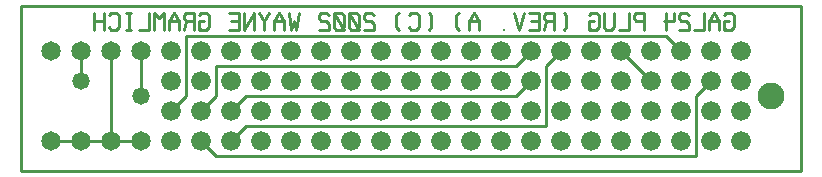
<source format=gbl>
%MOIN*%
%FSLAX25Y25*%
G04 D10 used for Character Trace; *
G04     Circle (OD=.01000) (No hole)*
G04 D11 used for Power Trace; *
G04     Circle (OD=.06700) (No hole)*
G04 D12 used for Signal Trace; *
G04     Circle (OD=.01100) (No hole)*
G04 D13 used for Via; *
G04     Circle (OD=.05800) (Round. Hole ID=.02800)*
G04 D14 used for Component hole; *
G04     Circle (OD=.06500) (Round. Hole ID=.03500)*
G04 D15 used for Component hole; *
G04     Circle (OD=.06600) (Round. Hole ID=.04200)*
G04 D16 used for Component hole; *
G04     Circle (OD=.08200) (Round. Hole ID=.05200)*
G04 D17 used for Component hole; *
G04     Circle (OD=.08950) (Round. Hole ID=.05950)*
G04 D18 used for Component hole; *
G04     Circle (OD=.11600) (Round. Hole ID=.08600)*
G04 D19 used for Component hole; *
G04     Circle (OD=.15500) (Round. Hole ID=.12500)*
G04 D20 used for Component hole; *
G04     Circle (OD=.18200) (Round. Hole ID=.15200)*
G04 D21 used for Component hole; *
G04     Circle (OD=.24300) (Round. Hole ID=.21300)*
%ADD10C,.01000*%
%ADD11C,.06700*%
%ADD12C,.01100*%
%ADD13C,.05800*%
%ADD14C,.06500*%
%ADD15C,.06600*%
%ADD16C,.08200*%
%ADD17C,.08950*%
%ADD18C,.11600*%
%ADD19C,.15500*%
%ADD20C,.18200*%
%ADD21C,.24300*%
%IPPOS*%
%LPD*%
G90*X0Y0D02*D14*X10000Y10000D03*D12*X20000D01*D14*
D03*D12*X30000D01*D14*D03*D12*X40000D01*D14*D03*  
D15*X50000Y20000D03*D12*X55000Y25000D01*Y45000D01*
X215000D01*X220000Y40000D01*D15*D03*              
X230000Y30000D03*D12*X225000Y25000D01*Y5000D01*   
X65000D01*X60000Y10000D01*D15*D03*X70000Y20000D03*
D12*X75000Y25000D01*X165000D01*X170000Y30000D01*  
D15*D03*D12*X175000Y15000D02*Y35000D01*           
X75000Y15000D02*X175000D01*X70000Y10000D02*       
X75000Y15000D01*D15*X70000Y10000D03*              
X80000Y20000D03*X60000D03*D12*X65000Y25000D01*    
Y35000D01*X165000D01*X170000Y40000D01*D15*D03*D12*
X175000Y35000D02*X180000Y40000D01*D15*D03*        
X190000Y30000D03*Y40000D03*X180000Y30000D03*      
X200000Y20000D03*X160000D03*X200000Y30000D03*     
X170000Y20000D03*X200000Y40000D03*D12*            
X210000Y30000D01*D15*D03*X220000Y20000D03*        
Y30000D03*X210000Y40000D03*Y20000D03*             
X230000Y10000D03*X190000D03*X230000Y20000D03*     
X200000Y10000D03*X210000D03*X230000Y40000D03*     
X190000Y20000D03*X220000Y10000D03*X240000D03*     
Y20000D03*Y30000D03*Y40000D03*X180000Y20000D03*   
Y10000D03*D17*X250000Y25000D03*D15*               
X170000Y10000D03*D12*X0Y0D02*X260000D01*X0D02*    
Y55000D01*X260000D01*Y0D01*D15*X160000Y40000D03*  
Y30000D03*Y10000D03*X150000Y40000D03*Y30000D03*   
Y20000D03*Y10000D03*X140000Y40000D03*Y30000D03*   
Y20000D03*Y10000D03*X130000Y40000D03*Y30000D03*   
Y20000D03*Y10000D03*X120000Y40000D03*Y30000D03*   
Y20000D03*Y10000D03*X110000Y40000D03*Y30000D03*   
Y20000D03*Y10000D03*X100000Y40000D03*Y30000D03*   
Y20000D03*Y10000D03*X90000Y40000D03*Y30000D03*    
Y20000D03*Y10000D03*X80000Y40000D03*Y30000D03*    
Y10000D03*X70000Y40000D03*Y30000D03*              
X60000Y40000D03*Y30000D03*X50000Y40000D03*        
Y30000D03*Y10000D03*D14*X40000Y40000D03*D12*      
Y25000D01*D13*D03*D12*X30000Y10000D02*Y40000D01*  
D14*D03*D13*X20000Y30000D03*D12*Y40000D01*D14*D03*
D10*X234163Y48086D02*X235000Y47129D01*X236674D01* 
X237511Y48086D01*Y51914D01*X236674Y52871D01*      
X235000D01*X234163Y51914D01*X235837Y50000D02*     
X234163D01*Y47129D01*X232511D02*Y50000D01*        
X230837Y52871D01*X229163Y50000D01*Y47129D01*      
X232511Y50000D02*X229163D01*X227511Y52871D02*     
Y47129D01*X224163D01*X222511Y51914D02*            
X221674Y52871D01*X220000D01*X219163Y51914D01*     
Y50957D01*X220000Y50000D01*X221674D01*            
X222511Y49043D01*Y47129D01*X219163D01*            
X215000Y52871D02*Y47129D01*X217511Y52871D02*      
Y50000D01*X214163D01*X207511Y47129D02*Y52871D01*  
X205000D01*X204163Y51914D01*Y50957D01*            
X205000Y50000D01*X207511D01*X202511Y52871D02*     
Y47129D01*X199163D01*X194163Y52871D02*Y48086D01*  
X195000Y47129D01*X196674D01*X197511Y48086D01*     
Y52871D01*X189163Y48086D02*X190000Y47129D01*      
X191674D01*X192511Y48086D01*Y51914D01*            
X191674Y52871D01*X190000D01*X189163Y51914D01*     
X190837Y50000D02*X189163D01*Y47129D01*            
X180837Y52871D02*X181674Y51914D01*Y48086D01*      
X180837Y47129D01*X177511D02*Y52871D01*X175000D01* 
X174163Y51914D01*Y50957D01*X175000Y50000D01*      
X177511D01*X175000D02*X174163Y47129D01*X169163D02*
X172511D01*Y52871D01*X169163D01*X172511Y50000D02* 
X170000D01*X167511Y52871D02*X165837Y47129D01*     
X164163Y52871D01*X160837Y47129D03*X152511D02*     
Y50000D01*X150837Y52871D01*X149163Y50000D01*      
Y47129D01*X152511Y50000D02*X149163D01*            
X145837Y52871D02*X145000Y51914D01*Y48086D01*      
X145837Y47129D01*X135837Y52871D02*                
X136674Y51914D01*Y48086D01*X135837Y47129D01*      
X129163Y48086D02*X130000Y47129D01*X131674D01*     
X132511Y48086D01*Y51914D01*X131674Y52871D01*      
X130000D01*X129163Y51914D01*X125837Y52871D02*     
X125000Y51914D01*Y48086D01*X125837Y47129D01*      
X117511Y51914D02*X116674Y52871D01*X115000D01*     
X114163Y51914D01*Y50957D01*X115000Y50000D01*      
X116674D01*X117511Y49043D01*Y47129D01*X114163D01* 
X109163Y48086D02*X110000Y47129D01*X111674D01*     
X112511Y48086D01*Y51914D01*X111674Y52871D01*      
X110000D01*X109163Y51914D01*Y48086D01*            
X112511Y47129D02*X109163Y52871D01*                
X104163Y48086D02*X105000Y47129D01*X106674D01*     
X107511Y48086D01*Y51914D01*X106674Y52871D01*      
X105000D01*X104163Y51914D01*Y48086D01*            
X107511Y47129D02*X104163Y52871D01*                
X102511Y51914D02*X101674Y52871D01*X100000D01*     
X99163Y51914D01*Y50957D01*X100000Y50000D01*       
X101674D01*X102511Y49043D01*Y47129D01*X99163D01*  
X92511Y52871D02*X91674Y47129D01*X90837Y50000D01*  
X90000Y47129D01*X89163Y52871D01*X87511Y47129D02*  
Y50000D01*X85837Y52871D01*X84163Y50000D01*        
Y47129D01*X87511Y50000D02*X84163D01*              
X82511Y52871D02*X80837Y50000D01*X79163Y52871D01*  
X80837Y50000D02*Y47129D01*X77511D02*Y52871D01*    
X74163Y47129D01*Y52871D01*X69163Y47129D02*        
X72511D01*Y52871D01*X69163D01*X72511Y50000D02*    
X70000D01*X59163Y48086D02*X60000Y47129D01*        
X61674D01*X62511Y48086D01*Y51914D01*              
X61674Y52871D01*X60000D01*X59163Y51914D01*        
X60837Y50000D02*X59163D01*Y47129D01*X57511D02*    
Y52871D01*X55000D01*X54163Y51914D01*Y50957D01*    
X55000Y50000D01*X57511D01*X55000D02*              
X54163Y47129D01*X52511D02*Y50000D01*              
X50837Y52871D01*X49163Y50000D01*Y47129D01*        
X52511Y50000D02*X49163D01*X47511Y47129D02*        
Y52871D01*X45837Y50957D01*X44163Y52871D01*        
Y47129D01*X42511Y52871D02*Y47129D01*X39163D01*    
X35837D02*Y52871D01*X36674Y47129D02*X35000D01*    
X36674Y52871D02*X35000D01*X29163Y48086D02*        
X30000Y47129D01*X31674D01*X32511Y48086D01*        
Y51914D01*X31674Y52871D01*X30000D01*              
X29163Y51914D01*X27511Y47129D02*Y52871D01*        
X24163Y47129D02*Y52871D01*X27511Y50000D02*        
X24163D01*D14*X10000Y40000D03*M02*                

</source>
